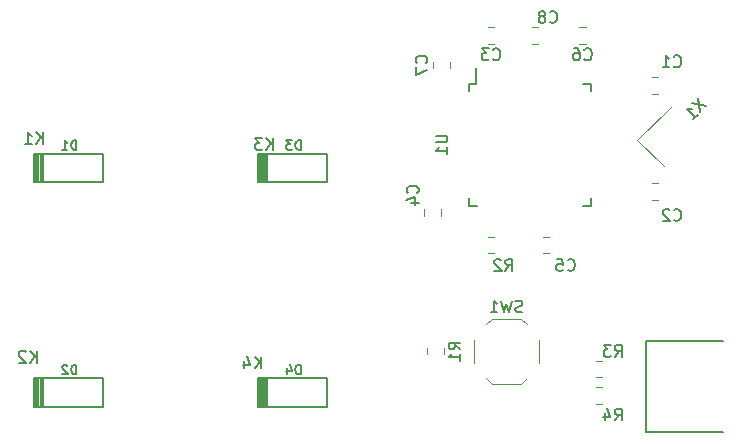
<source format=gbo>
G04 #@! TF.GenerationSoftware,KiCad,Pcbnew,(5.0.0-3-g5ebb6b6)*
G04 #@! TF.CreationDate,2018-09-23T16:07:04+01:00*
G04 #@! TF.ProjectId,PCB1,504342312E6B696361645F7063620000,rev?*
G04 #@! TF.SameCoordinates,Original*
G04 #@! TF.FileFunction,Legend,Bot*
G04 #@! TF.FilePolarity,Positive*
%FSLAX46Y46*%
G04 Gerber Fmt 4.6, Leading zero omitted, Abs format (unit mm)*
G04 Created by KiCad (PCBNEW (5.0.0-3-g5ebb6b6)) date Sunday, 23 September 2018 at 16:07:04*
%MOMM*%
%LPD*%
G01*
G04 APERTURE LIST*
%ADD10C,0.120000*%
%ADD11C,0.200000*%
%ADD12C,0.150000*%
G04 APERTURE END LIST*
D10*
G04 #@! TO.C,C1*
X159321078Y-54790000D02*
X158803922Y-54790000D01*
X159321078Y-56210000D02*
X158803922Y-56210000D01*
G04 #@! TO.C,C2*
X159321078Y-65210000D02*
X158803922Y-65210000D01*
X159321078Y-63790000D02*
X158803922Y-63790000D01*
G04 #@! TO.C,C3*
X144928922Y-51960000D02*
X145446078Y-51960000D01*
X144928922Y-50540000D02*
X145446078Y-50540000D01*
G04 #@! TO.C,C4*
X140960000Y-65991422D02*
X140960000Y-66508578D01*
X139540000Y-65991422D02*
X139540000Y-66508578D01*
G04 #@! TO.C,C5*
X150071078Y-68290000D02*
X149553922Y-68290000D01*
X150071078Y-69710000D02*
X149553922Y-69710000D01*
G04 #@! TO.C,C6*
X152678922Y-50540000D02*
X153196078Y-50540000D01*
X152678922Y-51960000D02*
X153196078Y-51960000D01*
G04 #@! TO.C,C7*
X140290000Y-53491422D02*
X140290000Y-54008578D01*
X141710000Y-53491422D02*
X141710000Y-54008578D01*
G04 #@! TO.C,C8*
X149196078Y-51960000D02*
X148678922Y-51960000D01*
X149196078Y-50540000D02*
X148678922Y-50540000D01*
D11*
G04 #@! TO.C,D1*
X107225000Y-63700000D02*
X107225000Y-61300000D01*
X107050000Y-63700000D02*
X107050000Y-61300000D01*
X106875000Y-63700000D02*
X106875000Y-61300000D01*
X106475000Y-61300000D02*
X106475000Y-63700000D01*
X106700000Y-63700000D02*
X106700000Y-61300000D01*
X106575000Y-63700000D02*
X106575000Y-61300000D01*
X106500000Y-63700000D02*
X112300000Y-63700000D01*
X112300000Y-63700000D02*
X112300000Y-61300000D01*
X112300000Y-61300000D02*
X106500000Y-61300000D01*
G04 #@! TO.C,D2*
X107225000Y-82700000D02*
X107225000Y-80300000D01*
X107050000Y-82700000D02*
X107050000Y-80300000D01*
X106875000Y-82700000D02*
X106875000Y-80300000D01*
X106475000Y-80300000D02*
X106475000Y-82700000D01*
X106700000Y-82700000D02*
X106700000Y-80300000D01*
X106575000Y-82700000D02*
X106575000Y-80300000D01*
X106500000Y-82700000D02*
X112300000Y-82700000D01*
X112300000Y-82700000D02*
X112300000Y-80300000D01*
X112300000Y-80300000D02*
X106500000Y-80300000D01*
G04 #@! TO.C,D3*
X131300000Y-61300000D02*
X125500000Y-61300000D01*
X131300000Y-63700000D02*
X131300000Y-61300000D01*
X125500000Y-63700000D02*
X131300000Y-63700000D01*
X125575000Y-63700000D02*
X125575000Y-61300000D01*
X125700000Y-63700000D02*
X125700000Y-61300000D01*
X125475000Y-61300000D02*
X125475000Y-63700000D01*
X125875000Y-63700000D02*
X125875000Y-61300000D01*
X126050000Y-63700000D02*
X126050000Y-61300000D01*
X126225000Y-63700000D02*
X126225000Y-61300000D01*
G04 #@! TO.C,D4*
X131300000Y-80300000D02*
X125500000Y-80300000D01*
X131300000Y-82700000D02*
X131300000Y-80300000D01*
X125500000Y-82700000D02*
X131300000Y-82700000D01*
X125575000Y-82700000D02*
X125575000Y-80300000D01*
X125700000Y-82700000D02*
X125700000Y-80300000D01*
X125475000Y-80300000D02*
X125475000Y-82700000D01*
X125875000Y-82700000D02*
X125875000Y-80300000D01*
X126050000Y-82700000D02*
X126050000Y-80300000D01*
X126225000Y-82700000D02*
X126225000Y-80300000D01*
G04 #@! TO.C,J1*
X158350000Y-84850000D02*
X164850000Y-84850000D01*
X158350000Y-77150000D02*
X164850000Y-77150000D01*
X158350000Y-77150000D02*
X158350000Y-84850000D01*
D10*
G04 #@! TO.C,R1*
X141210000Y-78258578D02*
X141210000Y-77741422D01*
X139790000Y-78258578D02*
X139790000Y-77741422D01*
G04 #@! TO.C,R2*
X145446078Y-69710000D02*
X144928922Y-69710000D01*
X145446078Y-68290000D02*
X144928922Y-68290000D01*
G04 #@! TO.C,R3*
X154053922Y-80210000D02*
X154571078Y-80210000D01*
X154053922Y-78790000D02*
X154571078Y-78790000D01*
G04 #@! TO.C,R4*
X154053922Y-81040000D02*
X154571078Y-81040000D01*
X154053922Y-82460000D02*
X154571078Y-82460000D01*
G04 #@! TO.C,SW1*
X148200000Y-80300000D02*
X147750000Y-80750000D01*
X144800000Y-80300000D02*
X145250000Y-80750000D01*
X144800000Y-75700000D02*
X145250000Y-75250000D01*
X148200000Y-75700000D02*
X147750000Y-75250000D01*
X143750000Y-77000000D02*
X143750000Y-79000000D01*
X147750000Y-80750000D02*
X145250000Y-80750000D01*
X149250000Y-77000000D02*
X149250000Y-79000000D01*
X147750000Y-75250000D02*
X145250000Y-75250000D01*
D12*
G04 #@! TO.C,U1*
X143325000Y-55325000D02*
X143900000Y-55325000D01*
X143325000Y-65675000D02*
X144000000Y-65675000D01*
X153675000Y-65675000D02*
X153000000Y-65675000D01*
X153675000Y-55325000D02*
X153000000Y-55325000D01*
X143325000Y-55325000D02*
X143325000Y-56000000D01*
X153675000Y-55325000D02*
X153675000Y-56000000D01*
X153675000Y-65675000D02*
X153675000Y-65000000D01*
X143325000Y-65675000D02*
X143325000Y-65000000D01*
X143900000Y-55325000D02*
X143900000Y-54050000D01*
D10*
G04 #@! TO.C,X1*
X159799480Y-62327907D02*
X157572093Y-60100520D01*
X157572093Y-60100520D02*
X160400520Y-57272093D01*
G04 #@! TO.C,C1*
D12*
X160666666Y-53857142D02*
X160714285Y-53904761D01*
X160857142Y-53952380D01*
X160952380Y-53952380D01*
X161095238Y-53904761D01*
X161190476Y-53809523D01*
X161238095Y-53714285D01*
X161285714Y-53523809D01*
X161285714Y-53380952D01*
X161238095Y-53190476D01*
X161190476Y-53095238D01*
X161095238Y-53000000D01*
X160952380Y-52952380D01*
X160857142Y-52952380D01*
X160714285Y-53000000D01*
X160666666Y-53047619D01*
X159714285Y-53952380D02*
X160285714Y-53952380D01*
X160000000Y-53952380D02*
X160000000Y-52952380D01*
X160095238Y-53095238D01*
X160190476Y-53190476D01*
X160285714Y-53238095D01*
G04 #@! TO.C,C2*
X160666666Y-66857142D02*
X160714285Y-66904761D01*
X160857142Y-66952380D01*
X160952380Y-66952380D01*
X161095238Y-66904761D01*
X161190476Y-66809523D01*
X161238095Y-66714285D01*
X161285714Y-66523809D01*
X161285714Y-66380952D01*
X161238095Y-66190476D01*
X161190476Y-66095238D01*
X161095238Y-66000000D01*
X160952380Y-65952380D01*
X160857142Y-65952380D01*
X160714285Y-66000000D01*
X160666666Y-66047619D01*
X160285714Y-66047619D02*
X160238095Y-66000000D01*
X160142857Y-65952380D01*
X159904761Y-65952380D01*
X159809523Y-66000000D01*
X159761904Y-66047619D01*
X159714285Y-66142857D01*
X159714285Y-66238095D01*
X159761904Y-66380952D01*
X160333333Y-66952380D01*
X159714285Y-66952380D01*
G04 #@! TO.C,C3*
X145354166Y-53257142D02*
X145401785Y-53304761D01*
X145544642Y-53352380D01*
X145639880Y-53352380D01*
X145782738Y-53304761D01*
X145877976Y-53209523D01*
X145925595Y-53114285D01*
X145973214Y-52923809D01*
X145973214Y-52780952D01*
X145925595Y-52590476D01*
X145877976Y-52495238D01*
X145782738Y-52400000D01*
X145639880Y-52352380D01*
X145544642Y-52352380D01*
X145401785Y-52400000D01*
X145354166Y-52447619D01*
X145020833Y-52352380D02*
X144401785Y-52352380D01*
X144735119Y-52733333D01*
X144592261Y-52733333D01*
X144497023Y-52780952D01*
X144449404Y-52828571D01*
X144401785Y-52923809D01*
X144401785Y-53161904D01*
X144449404Y-53257142D01*
X144497023Y-53304761D01*
X144592261Y-53352380D01*
X144877976Y-53352380D01*
X144973214Y-53304761D01*
X145020833Y-53257142D01*
G04 #@! TO.C,C4*
X138957142Y-64583333D02*
X139004761Y-64535714D01*
X139052380Y-64392857D01*
X139052380Y-64297619D01*
X139004761Y-64154761D01*
X138909523Y-64059523D01*
X138814285Y-64011904D01*
X138623809Y-63964285D01*
X138480952Y-63964285D01*
X138290476Y-64011904D01*
X138195238Y-64059523D01*
X138100000Y-64154761D01*
X138052380Y-64297619D01*
X138052380Y-64392857D01*
X138100000Y-64535714D01*
X138147619Y-64583333D01*
X138385714Y-65440476D02*
X139052380Y-65440476D01*
X138004761Y-65202380D02*
X138719047Y-64964285D01*
X138719047Y-65583333D01*
G04 #@! TO.C,C5*
X151666666Y-71107142D02*
X151714285Y-71154761D01*
X151857142Y-71202380D01*
X151952380Y-71202380D01*
X152095238Y-71154761D01*
X152190476Y-71059523D01*
X152238095Y-70964285D01*
X152285714Y-70773809D01*
X152285714Y-70630952D01*
X152238095Y-70440476D01*
X152190476Y-70345238D01*
X152095238Y-70250000D01*
X151952380Y-70202380D01*
X151857142Y-70202380D01*
X151714285Y-70250000D01*
X151666666Y-70297619D01*
X150761904Y-70202380D02*
X151238095Y-70202380D01*
X151285714Y-70678571D01*
X151238095Y-70630952D01*
X151142857Y-70583333D01*
X150904761Y-70583333D01*
X150809523Y-70630952D01*
X150761904Y-70678571D01*
X150714285Y-70773809D01*
X150714285Y-71011904D01*
X150761904Y-71107142D01*
X150809523Y-71154761D01*
X150904761Y-71202380D01*
X151142857Y-71202380D01*
X151238095Y-71154761D01*
X151285714Y-71107142D01*
G04 #@! TO.C,C6*
X153104166Y-53257142D02*
X153151785Y-53304761D01*
X153294642Y-53352380D01*
X153389880Y-53352380D01*
X153532738Y-53304761D01*
X153627976Y-53209523D01*
X153675595Y-53114285D01*
X153723214Y-52923809D01*
X153723214Y-52780952D01*
X153675595Y-52590476D01*
X153627976Y-52495238D01*
X153532738Y-52400000D01*
X153389880Y-52352380D01*
X153294642Y-52352380D01*
X153151785Y-52400000D01*
X153104166Y-52447619D01*
X152247023Y-52352380D02*
X152437500Y-52352380D01*
X152532738Y-52400000D01*
X152580357Y-52447619D01*
X152675595Y-52590476D01*
X152723214Y-52780952D01*
X152723214Y-53161904D01*
X152675595Y-53257142D01*
X152627976Y-53304761D01*
X152532738Y-53352380D01*
X152342261Y-53352380D01*
X152247023Y-53304761D01*
X152199404Y-53257142D01*
X152151785Y-53161904D01*
X152151785Y-52923809D01*
X152199404Y-52828571D01*
X152247023Y-52780952D01*
X152342261Y-52733333D01*
X152532738Y-52733333D01*
X152627976Y-52780952D01*
X152675595Y-52828571D01*
X152723214Y-52923809D01*
G04 #@! TO.C,C7*
X139707142Y-53583333D02*
X139754761Y-53535714D01*
X139802380Y-53392857D01*
X139802380Y-53297619D01*
X139754761Y-53154761D01*
X139659523Y-53059523D01*
X139564285Y-53011904D01*
X139373809Y-52964285D01*
X139230952Y-52964285D01*
X139040476Y-53011904D01*
X138945238Y-53059523D01*
X138850000Y-53154761D01*
X138802380Y-53297619D01*
X138802380Y-53392857D01*
X138850000Y-53535714D01*
X138897619Y-53583333D01*
X138802380Y-53916666D02*
X138802380Y-54583333D01*
X139802380Y-54154761D01*
G04 #@! TO.C,C8*
X150166666Y-50107142D02*
X150214285Y-50154761D01*
X150357142Y-50202380D01*
X150452380Y-50202380D01*
X150595238Y-50154761D01*
X150690476Y-50059523D01*
X150738095Y-49964285D01*
X150785714Y-49773809D01*
X150785714Y-49630952D01*
X150738095Y-49440476D01*
X150690476Y-49345238D01*
X150595238Y-49250000D01*
X150452380Y-49202380D01*
X150357142Y-49202380D01*
X150214285Y-49250000D01*
X150166666Y-49297619D01*
X149595238Y-49630952D02*
X149690476Y-49583333D01*
X149738095Y-49535714D01*
X149785714Y-49440476D01*
X149785714Y-49392857D01*
X149738095Y-49297619D01*
X149690476Y-49250000D01*
X149595238Y-49202380D01*
X149404761Y-49202380D01*
X149309523Y-49250000D01*
X149261904Y-49297619D01*
X149214285Y-49392857D01*
X149214285Y-49440476D01*
X149261904Y-49535714D01*
X149309523Y-49583333D01*
X149404761Y-49630952D01*
X149595238Y-49630952D01*
X149690476Y-49678571D01*
X149738095Y-49726190D01*
X149785714Y-49821428D01*
X149785714Y-50011904D01*
X149738095Y-50107142D01*
X149690476Y-50154761D01*
X149595238Y-50202380D01*
X149404761Y-50202380D01*
X149309523Y-50154761D01*
X149261904Y-50107142D01*
X149214285Y-50011904D01*
X149214285Y-49821428D01*
X149261904Y-49726190D01*
X149309523Y-49678571D01*
X149404761Y-49630952D01*
G04 #@! TO.C,D1*
X110090476Y-60936904D02*
X110090476Y-60136904D01*
X109900000Y-60136904D01*
X109785714Y-60175000D01*
X109709523Y-60251190D01*
X109671428Y-60327380D01*
X109633333Y-60479761D01*
X109633333Y-60594047D01*
X109671428Y-60746428D01*
X109709523Y-60822619D01*
X109785714Y-60898809D01*
X109900000Y-60936904D01*
X110090476Y-60936904D01*
X108871428Y-60936904D02*
X109328571Y-60936904D01*
X109100000Y-60936904D02*
X109100000Y-60136904D01*
X109176190Y-60251190D01*
X109252380Y-60327380D01*
X109328571Y-60365476D01*
G04 #@! TO.C,D2*
X110090476Y-79936904D02*
X110090476Y-79136904D01*
X109900000Y-79136904D01*
X109785714Y-79175000D01*
X109709523Y-79251190D01*
X109671428Y-79327380D01*
X109633333Y-79479761D01*
X109633333Y-79594047D01*
X109671428Y-79746428D01*
X109709523Y-79822619D01*
X109785714Y-79898809D01*
X109900000Y-79936904D01*
X110090476Y-79936904D01*
X109328571Y-79213095D02*
X109290476Y-79175000D01*
X109214285Y-79136904D01*
X109023809Y-79136904D01*
X108947619Y-79175000D01*
X108909523Y-79213095D01*
X108871428Y-79289285D01*
X108871428Y-79365476D01*
X108909523Y-79479761D01*
X109366666Y-79936904D01*
X108871428Y-79936904D01*
G04 #@! TO.C,D3*
X129090476Y-60936904D02*
X129090476Y-60136904D01*
X128900000Y-60136904D01*
X128785714Y-60175000D01*
X128709523Y-60251190D01*
X128671428Y-60327380D01*
X128633333Y-60479761D01*
X128633333Y-60594047D01*
X128671428Y-60746428D01*
X128709523Y-60822619D01*
X128785714Y-60898809D01*
X128900000Y-60936904D01*
X129090476Y-60936904D01*
X128366666Y-60136904D02*
X127871428Y-60136904D01*
X128138095Y-60441666D01*
X128023809Y-60441666D01*
X127947619Y-60479761D01*
X127909523Y-60517857D01*
X127871428Y-60594047D01*
X127871428Y-60784523D01*
X127909523Y-60860714D01*
X127947619Y-60898809D01*
X128023809Y-60936904D01*
X128252380Y-60936904D01*
X128328571Y-60898809D01*
X128366666Y-60860714D01*
G04 #@! TO.C,D4*
X129090476Y-79936904D02*
X129090476Y-79136904D01*
X128900000Y-79136904D01*
X128785714Y-79175000D01*
X128709523Y-79251190D01*
X128671428Y-79327380D01*
X128633333Y-79479761D01*
X128633333Y-79594047D01*
X128671428Y-79746428D01*
X128709523Y-79822619D01*
X128785714Y-79898809D01*
X128900000Y-79936904D01*
X129090476Y-79936904D01*
X127947619Y-79403571D02*
X127947619Y-79936904D01*
X128138095Y-79098809D02*
X128328571Y-79670238D01*
X127833333Y-79670238D01*
G04 #@! TO.C,K1*
D11*
X107238095Y-60452380D02*
X107238095Y-59452380D01*
X106666666Y-60452380D02*
X107095238Y-59880952D01*
X106666666Y-59452380D02*
X107238095Y-60023809D01*
X105714285Y-60452380D02*
X106285714Y-60452380D01*
X106000000Y-60452380D02*
X106000000Y-59452380D01*
X106095238Y-59595238D01*
X106190476Y-59690476D01*
X106285714Y-59738095D01*
G04 #@! TO.C,K2*
X106738095Y-78952380D02*
X106738095Y-77952380D01*
X106166666Y-78952380D02*
X106595238Y-78380952D01*
X106166666Y-77952380D02*
X106738095Y-78523809D01*
X105785714Y-78047619D02*
X105738095Y-78000000D01*
X105642857Y-77952380D01*
X105404761Y-77952380D01*
X105309523Y-78000000D01*
X105261904Y-78047619D01*
X105214285Y-78142857D01*
X105214285Y-78238095D01*
X105261904Y-78380952D01*
X105833333Y-78952380D01*
X105214285Y-78952380D01*
G04 #@! TO.C,K3*
X126738095Y-60952380D02*
X126738095Y-59952380D01*
X126166666Y-60952380D02*
X126595238Y-60380952D01*
X126166666Y-59952380D02*
X126738095Y-60523809D01*
X125833333Y-59952380D02*
X125214285Y-59952380D01*
X125547619Y-60333333D01*
X125404761Y-60333333D01*
X125309523Y-60380952D01*
X125261904Y-60428571D01*
X125214285Y-60523809D01*
X125214285Y-60761904D01*
X125261904Y-60857142D01*
X125309523Y-60904761D01*
X125404761Y-60952380D01*
X125690476Y-60952380D01*
X125785714Y-60904761D01*
X125833333Y-60857142D01*
G04 #@! TO.C,K4*
X125738095Y-79452380D02*
X125738095Y-78452380D01*
X125166666Y-79452380D02*
X125595238Y-78880952D01*
X125166666Y-78452380D02*
X125738095Y-79023809D01*
X124309523Y-78785714D02*
X124309523Y-79452380D01*
X124547619Y-78404761D02*
X124785714Y-79119047D01*
X124166666Y-79119047D01*
G04 #@! TO.C,R1*
D12*
X142602380Y-77833333D02*
X142126190Y-77500000D01*
X142602380Y-77261904D02*
X141602380Y-77261904D01*
X141602380Y-77642857D01*
X141650000Y-77738095D01*
X141697619Y-77785714D01*
X141792857Y-77833333D01*
X141935714Y-77833333D01*
X142030952Y-77785714D01*
X142078571Y-77738095D01*
X142126190Y-77642857D01*
X142126190Y-77261904D01*
X142602380Y-78785714D02*
X142602380Y-78214285D01*
X142602380Y-78500000D02*
X141602380Y-78500000D01*
X141745238Y-78404761D01*
X141840476Y-78309523D01*
X141888095Y-78214285D01*
G04 #@! TO.C,R2*
X146416666Y-71202380D02*
X146750000Y-70726190D01*
X146988095Y-71202380D02*
X146988095Y-70202380D01*
X146607142Y-70202380D01*
X146511904Y-70250000D01*
X146464285Y-70297619D01*
X146416666Y-70392857D01*
X146416666Y-70535714D01*
X146464285Y-70630952D01*
X146511904Y-70678571D01*
X146607142Y-70726190D01*
X146988095Y-70726190D01*
X146035714Y-70297619D02*
X145988095Y-70250000D01*
X145892857Y-70202380D01*
X145654761Y-70202380D01*
X145559523Y-70250000D01*
X145511904Y-70297619D01*
X145464285Y-70392857D01*
X145464285Y-70488095D01*
X145511904Y-70630952D01*
X146083333Y-71202380D01*
X145464285Y-71202380D01*
G04 #@! TO.C,R3*
X155666666Y-78452380D02*
X156000000Y-77976190D01*
X156238095Y-78452380D02*
X156238095Y-77452380D01*
X155857142Y-77452380D01*
X155761904Y-77500000D01*
X155714285Y-77547619D01*
X155666666Y-77642857D01*
X155666666Y-77785714D01*
X155714285Y-77880952D01*
X155761904Y-77928571D01*
X155857142Y-77976190D01*
X156238095Y-77976190D01*
X155333333Y-77452380D02*
X154714285Y-77452380D01*
X155047619Y-77833333D01*
X154904761Y-77833333D01*
X154809523Y-77880952D01*
X154761904Y-77928571D01*
X154714285Y-78023809D01*
X154714285Y-78261904D01*
X154761904Y-78357142D01*
X154809523Y-78404761D01*
X154904761Y-78452380D01*
X155190476Y-78452380D01*
X155285714Y-78404761D01*
X155333333Y-78357142D01*
G04 #@! TO.C,R4*
X155666666Y-83852380D02*
X156000000Y-83376190D01*
X156238095Y-83852380D02*
X156238095Y-82852380D01*
X155857142Y-82852380D01*
X155761904Y-82900000D01*
X155714285Y-82947619D01*
X155666666Y-83042857D01*
X155666666Y-83185714D01*
X155714285Y-83280952D01*
X155761904Y-83328571D01*
X155857142Y-83376190D01*
X156238095Y-83376190D01*
X154809523Y-83185714D02*
X154809523Y-83852380D01*
X155047619Y-82804761D02*
X155285714Y-83519047D01*
X154666666Y-83519047D01*
G04 #@! TO.C,SW1*
X147833333Y-74654761D02*
X147690476Y-74702380D01*
X147452380Y-74702380D01*
X147357142Y-74654761D01*
X147309523Y-74607142D01*
X147261904Y-74511904D01*
X147261904Y-74416666D01*
X147309523Y-74321428D01*
X147357142Y-74273809D01*
X147452380Y-74226190D01*
X147642857Y-74178571D01*
X147738095Y-74130952D01*
X147785714Y-74083333D01*
X147833333Y-73988095D01*
X147833333Y-73892857D01*
X147785714Y-73797619D01*
X147738095Y-73750000D01*
X147642857Y-73702380D01*
X147404761Y-73702380D01*
X147261904Y-73750000D01*
X146928571Y-73702380D02*
X146690476Y-74702380D01*
X146500000Y-73988095D01*
X146309523Y-74702380D01*
X146071428Y-73702380D01*
X145166666Y-74702380D02*
X145738095Y-74702380D01*
X145452380Y-74702380D02*
X145452380Y-73702380D01*
X145547619Y-73845238D01*
X145642857Y-73940476D01*
X145738095Y-73988095D01*
G04 #@! TO.C,U1*
X140502380Y-59738095D02*
X141311904Y-59738095D01*
X141407142Y-59785714D01*
X141454761Y-59833333D01*
X141502380Y-59928571D01*
X141502380Y-60119047D01*
X141454761Y-60214285D01*
X141407142Y-60261904D01*
X141311904Y-60309523D01*
X140502380Y-60309523D01*
X141502380Y-61309523D02*
X141502380Y-60738095D01*
X141502380Y-61023809D02*
X140502380Y-61023809D01*
X140645238Y-60928571D01*
X140740476Y-60833333D01*
X140788095Y-60738095D01*
G04 #@! TO.C,X1*
X162685194Y-56540355D02*
X162920896Y-57718866D01*
X162213790Y-57011759D02*
X163392301Y-57247461D01*
X162281133Y-58358629D02*
X162685194Y-57954568D01*
X162483164Y-58156599D02*
X161776057Y-57449492D01*
X161944416Y-57483164D01*
X162079103Y-57483164D01*
X162180118Y-57449492D01*
G04 #@! TD*
M02*

</source>
